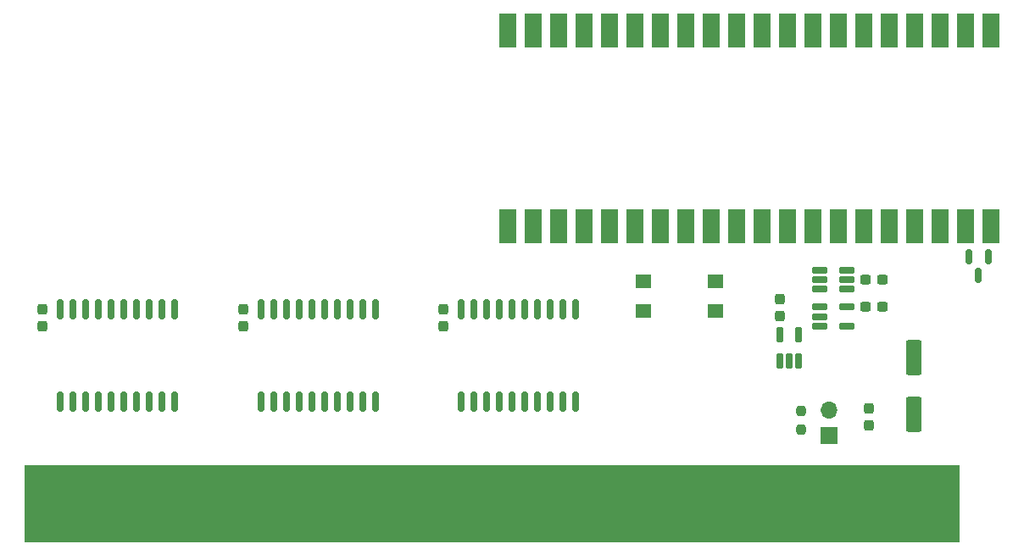
<source format=gbr>
%TF.GenerationSoftware,KiCad,Pcbnew,7.0.11*%
%TF.CreationDate,2024-03-06T22:05:36+01:00*%
%TF.ProjectId,kim-1-programmable-memory,6b696d2d-312d-4707-926f-6772616d6d61,rev?*%
%TF.SameCoordinates,Original*%
%TF.FileFunction,Soldermask,Top*%
%TF.FilePolarity,Negative*%
%FSLAX46Y46*%
G04 Gerber Fmt 4.6, Leading zero omitted, Abs format (unit mm)*
G04 Created by KiCad (PCBNEW 7.0.11) date 2024-03-06 22:05:36*
%MOMM*%
%LPD*%
G01*
G04 APERTURE LIST*
G04 Aperture macros list*
%AMRoundRect*
0 Rectangle with rounded corners*
0 $1 Rounding radius*
0 $2 $3 $4 $5 $6 $7 $8 $9 X,Y pos of 4 corners*
0 Add a 4 corners polygon primitive as box body*
4,1,4,$2,$3,$4,$5,$6,$7,$8,$9,$2,$3,0*
0 Add four circle primitives for the rounded corners*
1,1,$1+$1,$2,$3*
1,1,$1+$1,$4,$5*
1,1,$1+$1,$6,$7*
1,1,$1+$1,$8,$9*
0 Add four rect primitives between the rounded corners*
20,1,$1+$1,$2,$3,$4,$5,0*
20,1,$1+$1,$4,$5,$6,$7,0*
20,1,$1+$1,$6,$7,$8,$9,0*
20,1,$1+$1,$8,$9,$2,$3,0*%
G04 Aperture macros list end*
%ADD10C,0.120000*%
%ADD11R,1.700000X3.500000*%
%ADD12RoundRect,0.237500X0.237500X-0.300000X0.237500X0.300000X-0.237500X0.300000X-0.237500X-0.300000X0*%
%ADD13RoundRect,0.150000X0.150000X-0.875000X0.150000X0.875000X-0.150000X0.875000X-0.150000X-0.875000X0*%
%ADD14R,1.700000X1.700000*%
%ADD15O,1.700000X1.700000*%
%ADD16RoundRect,0.162500X-0.617500X-0.162500X0.617500X-0.162500X0.617500X0.162500X-0.617500X0.162500X0*%
%ADD17RoundRect,0.250000X0.550000X-1.500000X0.550000X1.500000X-0.550000X1.500000X-0.550000X-1.500000X0*%
%ADD18RoundRect,0.237500X0.300000X0.237500X-0.300000X0.237500X-0.300000X-0.237500X0.300000X-0.237500X0*%
%ADD19R,1.600000X1.400000*%
%ADD20RoundRect,0.237500X-0.237500X0.300000X-0.237500X-0.300000X0.237500X-0.300000X0.237500X0.300000X0*%
%ADD21RoundRect,0.150000X-0.150000X0.587500X-0.150000X-0.587500X0.150000X-0.587500X0.150000X0.587500X0*%
%ADD22RoundRect,0.162500X0.162500X-0.617500X0.162500X0.617500X-0.162500X0.617500X-0.162500X-0.617500X0*%
%ADD23RoundRect,0.237500X-0.237500X0.250000X-0.237500X-0.250000X0.237500X-0.250000X0.237500X0.250000X0*%
G04 APERTURE END LIST*
D10*
%TO.C,J3*%
X60380000Y-163940000D02*
X153620000Y-163940000D01*
X153620000Y-163940000D02*
X153620000Y-156360000D01*
X153620000Y-156360000D02*
X60380000Y-156360000D01*
X60380000Y-156360000D02*
X60380000Y-163940000D01*
G36*
X60380000Y-163940000D02*
G01*
X153620000Y-163940000D01*
X153620000Y-156360000D01*
X60380000Y-156360000D01*
X60380000Y-163940000D01*
G37*
%TD*%
D11*
%TO.C,U8*%
X156897500Y-112927500D03*
X154357500Y-112927500D03*
X151817500Y-112927500D03*
X149277500Y-112927500D03*
X146737500Y-112927500D03*
X144197500Y-112927500D03*
X141657500Y-112927500D03*
X139117500Y-112927500D03*
X136577500Y-112927500D03*
X134037500Y-112927500D03*
X131497500Y-112927500D03*
X128957500Y-112927500D03*
X126417500Y-112927500D03*
X123877500Y-112927500D03*
X121337500Y-112927500D03*
X118797500Y-112927500D03*
X116257500Y-112927500D03*
X113717500Y-112927500D03*
X111177500Y-112927500D03*
X108637500Y-112927500D03*
X108637500Y-132507500D03*
X111177500Y-132507500D03*
X113717500Y-132507500D03*
X116257500Y-132507500D03*
X118797500Y-132507500D03*
X121337500Y-132507500D03*
X123877500Y-132507500D03*
X126417500Y-132507500D03*
X128957500Y-132507500D03*
X131497500Y-132507500D03*
X134037500Y-132507500D03*
X136577500Y-132507500D03*
X139117500Y-132507500D03*
X141657500Y-132507500D03*
X144197500Y-132507500D03*
X146737500Y-132507500D03*
X149277500Y-132507500D03*
X151817500Y-132507500D03*
X154357500Y-132507500D03*
X156897500Y-132507500D03*
%TD*%
D12*
%TO.C,C3*%
X102150000Y-142492500D03*
X102150000Y-140767500D03*
%TD*%
D13*
%TO.C,U3*%
X103935000Y-150030000D03*
X105205000Y-150030000D03*
X106475000Y-150030000D03*
X107745000Y-150030000D03*
X109015000Y-150030000D03*
X110285000Y-150030000D03*
X111555000Y-150030000D03*
X112825000Y-150030000D03*
X114095000Y-150030000D03*
X115365000Y-150030000D03*
X115365000Y-140730000D03*
X114095000Y-140730000D03*
X112825000Y-140730000D03*
X111555000Y-140730000D03*
X110285000Y-140730000D03*
X109015000Y-140730000D03*
X107745000Y-140730000D03*
X106475000Y-140730000D03*
X105205000Y-140730000D03*
X103935000Y-140730000D03*
%TD*%
D14*
%TO.C,J1*%
X140650000Y-153380000D03*
D15*
X140650000Y-150840000D03*
%TD*%
D13*
%TO.C,U2*%
X83935000Y-150030000D03*
X85205000Y-150030000D03*
X86475000Y-150030000D03*
X87745000Y-150030000D03*
X89015000Y-150030000D03*
X90285000Y-150030000D03*
X91555000Y-150030000D03*
X92825000Y-150030000D03*
X94095000Y-150030000D03*
X95365000Y-150030000D03*
X95365000Y-140730000D03*
X94095000Y-140730000D03*
X92825000Y-140730000D03*
X91555000Y-140730000D03*
X90285000Y-140730000D03*
X89015000Y-140730000D03*
X87745000Y-140730000D03*
X86475000Y-140730000D03*
X85205000Y-140730000D03*
X83935000Y-140730000D03*
%TD*%
D16*
%TO.C,U7*%
X139780000Y-136870000D03*
X139780000Y-137820000D03*
X139780000Y-138770000D03*
X142480000Y-138770000D03*
X142480000Y-137820000D03*
X142480000Y-136870000D03*
%TD*%
D17*
%TO.C,C9*%
X149150000Y-151230000D03*
X149150000Y-145630000D03*
%TD*%
D18*
%TO.C,C6*%
X146042500Y-140540000D03*
X144317500Y-140540000D03*
%TD*%
D12*
%TO.C,C8*%
X144650000Y-152405000D03*
X144650000Y-150680000D03*
%TD*%
D19*
%TO.C,SW1*%
X122140000Y-137970000D03*
X129340000Y-137970000D03*
X122140000Y-140970000D03*
X129340000Y-140970000D03*
%TD*%
D12*
%TO.C,C2*%
X82150000Y-142492500D03*
X82150000Y-140767500D03*
%TD*%
D20*
%TO.C,C4*%
X135750000Y-139720000D03*
X135750000Y-141445000D03*
%TD*%
D12*
%TO.C,C1*%
X62150000Y-142492500D03*
X62150000Y-140767500D03*
%TD*%
D21*
%TO.C,Q1*%
X156580000Y-135515000D03*
X154680000Y-135515000D03*
X155630000Y-137390000D03*
%TD*%
D22*
%TO.C,U4*%
X135750000Y-145970000D03*
X136700000Y-145970000D03*
X137650000Y-145970000D03*
X137650000Y-143270000D03*
X135750000Y-143270000D03*
%TD*%
D16*
%TO.C,U6*%
X139780000Y-140540000D03*
X139780000Y-141490000D03*
X139780000Y-142440000D03*
X142480000Y-142440000D03*
X142480000Y-140540000D03*
%TD*%
D18*
%TO.C,C7*%
X146042500Y-137820000D03*
X144317500Y-137820000D03*
%TD*%
D13*
%TO.C,U1*%
X63935000Y-150030000D03*
X65205000Y-150030000D03*
X66475000Y-150030000D03*
X67745000Y-150030000D03*
X69015000Y-150030000D03*
X70285000Y-150030000D03*
X71555000Y-150030000D03*
X72825000Y-150030000D03*
X74095000Y-150030000D03*
X75365000Y-150030000D03*
X75365000Y-140730000D03*
X74095000Y-140730000D03*
X72825000Y-140730000D03*
X71555000Y-140730000D03*
X70285000Y-140730000D03*
X69015000Y-140730000D03*
X67745000Y-140730000D03*
X66475000Y-140730000D03*
X65205000Y-140730000D03*
X63935000Y-140730000D03*
%TD*%
D23*
%TO.C,R1*%
X137900000Y-150967500D03*
X137900000Y-152792500D03*
%TD*%
M02*

</source>
